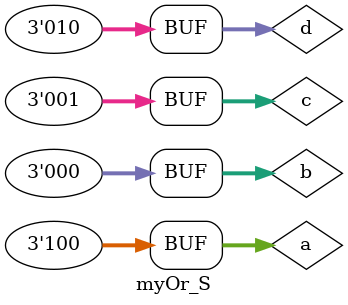
<source format=v>
`timescale 1ns / 1ps


module myOr_S(

    );
    reg [2:0]a=4;
    reg [2:0]b=2;
    reg [2:0]c=1;
    reg [2:0]d=0;
    wire [2:0]r;
    myOr myor(a,b,c,d,r);
    initial
        begin
            #100 b=0;
            #100 d=2;
        end
endmodule

</source>
